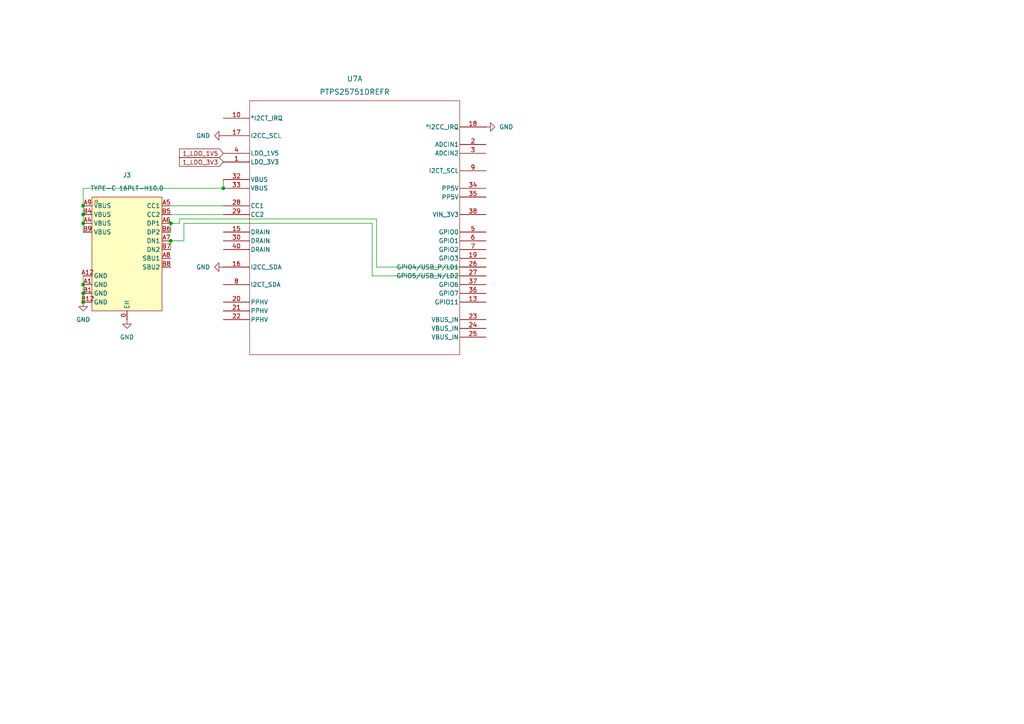
<source format=kicad_sch>
(kicad_sch (version 20250114) (generator "eeschema") (generator_version "9.0")
  (paper "A4")
  (lib_symbols
    (symbol "EasyEDA:TYPE-C16PLT-H10.0"
      (property "Reference" "J" (at 0 20.32 0))
      (property "Value" "TYPE-C 16PLT-H10.0" (at 0 -22.86 0))
      (symbol "TYPE-C16PLT-H10.0_0_1"
        (rectangle (start -10.16 17.78) (end 10.16 -15.24) (fill (type background)))
        (circle (center -8.89 16.51) (radius 0.38))
        (pin unspecified line (at -12.7 15.24 0) (length 2.54) (name "VBUS") (number "A9"))
        (pin unspecified line (at -12.7 12.7 0) (length 2.54) (name "VBUS") (number "B4"))
        (pin unspecified line (at -12.7 10.16 0) (length 2.54) (name "VBUS") (number "A4"))
        (pin unspecified line (at -12.7 7.62 0) (length 2.54) (name "VBUS") (number "B9"))
        (pin unspecified line (at -12.7 -5.08 0) (length 2.54) (name "GND") (number "A12"))
        (pin unspecified line (at -12.7 -7.62 0) (length 2.54) (name "GND") (number "A1"))
        (pin unspecified line (at -12.7 -10.16 0) (length 2.54) (name "GND") (number "B1"))
        (pin unspecified line (at -12.7 -12.7 0) (length 2.54) (name "GND") (number "B12"))
        (pin unspecified line (at 0 -17.78 90) (length 2.54) (name "EH") (number "0"))
        (pin unspecified line (at 12.7 15.24 180) (length 2.54) (name "CC1") (number "A5"))
        (pin unspecified line (at 12.7 12.7 180) (length 2.54) (name "CC2") (number "B5"))
        (pin unspecified line (at 12.7 10.16 180) (length 2.54) (name "DP1") (number "A6"))
        (pin unspecified line (at 12.7 7.62 180) (length 2.54) (name "DP2") (number "B6"))
        (pin unspecified line (at 12.7 5.08 180) (length 2.54) (name "DN1") (number "A7"))
        (pin unspecified line (at 12.7 2.54 180) (length 2.54) (name "DN2") (number "B7"))
        (pin unspecified line (at 12.7 0 180) (length 2.54) (name "SBU1") (number "A8"))
        (pin unspecified line (at 12.7 -2.54 180) (length 2.54) (name "SBU2") (number "B8"))
      )
    )
    (symbol "TPS25751DREFR:PTPS25751DREFR" (pin_names (offset 0.254))
      (property "Reference" "U" (at 38.1 12.7 0))
      (property "Value" "PTPS25751DREFR" (at 38.1 10.16 0))
      (symbol "PTPS25751DREFR_1_1"
        (polyline (pts (xy 7.62 7.62) (xy 7.62 -66.04)) (stroke (width 0.127)))
        (polyline (pts (xy 7.62 -66.04) (xy 68.58 -66.04)) (stroke (width 0.127)))
        (polyline (pts (xy 68.58 7.62) (xy 7.62 7.62)) (stroke (width 0.127)))
        (polyline (pts (xy 68.58 -66.04) (xy 68.58 7.62)) (stroke (width 0.127)))
        (pin input line (at 0 0 0) (length 7.62) (name "*I2CC_IRQ") (number "18"))
        (pin input line (at 0 -5.08 0) (length 7.62) (name "ADCIN1") (number "2"))
        (pin input line (at 0 -7.62 0) (length 7.62) (name "ADCIN2") (number "3"))
        (pin input line (at 0 -12.7 0) (length 7.62) (name "I2CT_SCL") (number "9"))
        (pin input line (at 0 -17.78 0) (length 7.62) (name "PP5V") (number "34"))
        (pin input line (at 0 -20.32 0) (length 7.62) (name "PP5V") (number "35"))
        (pin input line (at 0 -25.4 0) (length 7.62) (name "VIN_3V3") (number "38"))
        (pin bidirectional line (at 0 -30.48 0) (length 7.62) (name "GPIO0") (number "5"))
        (pin bidirectional line (at 0 -33.02 0) (length 7.62) (name "GPIO1") (number "6"))
        (pin bidirectional line (at 0 -35.56 0) (length 7.62) (name "GPIO2") (number "7"))
        (pin bidirectional line (at 0 -38.1 0) (length 7.62) (name "GPIO3") (number "19"))
        (pin bidirectional line (at 0 -40.64 0) (length 7.62) (name "GPIO4/USB_P/LD1") (number "26"))
        (pin bidirectional line (at 0 -43.18 0) (length 7.62) (name "GPIO5/USB_N/LD2") (number "27"))
        (pin bidirectional line (at 0 -45.72 0) (length 7.62) (name "GPIO6") (number "37"))
        (pin bidirectional line (at 0 -48.26 0) (length 7.62) (name "GPIO7") (number "36"))
        (pin bidirectional line (at 0 -50.8 0) (length 7.62) (name "GPIO11") (number "13"))
        (pin bidirectional line (at 0 -55.88 0) (length 7.62) (name "VBUS_IN") (number "23"))
        (pin bidirectional line (at 0 -58.42 0) (length 7.62) (name "VBUS_IN") (number "24"))
        (pin bidirectional line (at 0 -60.96 0) (length 7.62) (name "VBUS_IN") (number "25"))
        (pin output line (at 76.2 2.54 180) (length 7.62) (name "*I2CT_IRQ") (number "10"))
        (pin output line (at 76.2 -2.54 180) (length 7.62) (name "I2CC_SCL") (number "17"))
        (pin output line (at 76.2 -7.62 180) (length 7.62) (name "LDO_1V5") (number "4"))
        (pin output line (at 76.2 -10.16 180) (length 7.62) (name "LDO_3V3") (number "1"))
        (pin output line (at 76.2 -15.24 180) (length 7.62) (name "VBUS") (number "32"))
        (pin output line (at 76.2 -17.78 180) (length 7.62) (name "VBUS") (number "33"))
        (pin bidirectional line (at 76.2 -22.86 180) (length 7.62) (name "CC1") (number "28"))
        (pin bidirectional line (at 76.2 -25.4 180) (length 7.62) (name "CC2") (number "29"))
        (pin unspecified line (at 76.2 -30.48 180) (length 7.62) (name "DRAIN") (number "15"))
        (pin unspecified line (at 76.2 -33.02 180) (length 7.62) (name "DRAIN") (number "30"))
        (pin unspecified line (at 76.2 -35.56 180) (length 7.62) (name "DRAIN") (number "40"))
        (pin bidirectional line (at 76.2 -40.64 180) (length 7.62) (name "I2CC_SDA") (number "16"))
        (pin unspecified line (at 76.2 -45.72 180) (length 7.62) (name "I2CT_SDA") (number "8"))
        (pin bidirectional line (at 76.2 -50.8 180) (length 7.62) (name "PPHV") (number "20"))
        (pin bidirectional line (at 76.2 -53.34 180) (length 7.62) (name "PPHV") (number "21"))
        (pin bidirectional line (at 76.2 -55.88 180) (length 7.62) (name "PPHV") (number "22"))
      )
      (symbol "PTPS25751DREFR_2_1"
        (polyline (pts (xy 7.62 7.62) (xy 7.62 -15.24)) (stroke (width 0.127)))
        (polyline (pts (xy 7.62 -15.24) (xy 33.02 -15.24)) (stroke (width 0.127)))
        (polyline (pts (xy 33.02 7.62) (xy 7.62 7.62)) (stroke (width 0.127)))
        (polyline (pts (xy 33.02 -15.24) (xy 33.02 7.62)) (stroke (width 0.127)))
        (pin power_out line (at 0 0 0) (length 7.62) (name "GND") (number "11"))
        (pin power_out line (at 0 -2.54 0) (length 7.62) (name "GND") (number "12"))
        (pin power_out line (at 0 -5.08 0) (length 7.62) (name "GND") (number "14"))
        (pin power_out line (at 0 -7.62 0) (length 7.62) (name "GND") (number "31"))
        (pin power_out line (at 0 -10.16 0) (length 7.62) (name "GND") (number "39"))
      )
    )
    (symbol "power:GND" (power) (pin_numbers (hide yes)) (pin_names (offset 0) (hide yes))
      (property "Value" "GND" (at 0 -3.81 0))
      (symbol "GND_0_1"
        (polyline (pts (xy 0 0) (xy 0 -1.27) (xy 1.27 -1.27) (xy 0 -2.54) (xy -1.27 -1.27) (xy 0 -1.27)))
      )
      (symbol "GND_1_1"
        (pin power_in line (at 0 0 270) (length 0) (name "~") (number "1"))
      )
    )
  )
  (junction (at 49.53 69.85))
  (junction (at 64.77 54.61))
  (junction (at 24.13 59.69))
  (junction (at 24.13 85.09))
  (junction (at 24.13 82.55))
  (junction (at 24.13 62.23))
  (junction (at 49.53 64.77))
  (junction (at 24.13 64.77))
  (junction (at 24.13 87.63))
  (wire (pts (xy 49.53 64.77) (xy 52.07 64.77)))
  (wire (pts (xy 49.53 64.77) (xy 49.53 67.31)))
  (wire (pts (xy 49.53 69.85) (xy 49.53 72.39)))
  (wire (pts (xy 52.07 64.77) (xy 52.07 63.5)))
  (wire (pts (xy 140.97 80.01) (xy 107.95 80.01)))
  (wire (pts (xy 24.13 54.61) (xy 64.77 54.61)))
  (wire (pts (xy 24.13 80.01) (xy 24.13 82.55)))
  (wire (pts (xy 24.13 82.55) (xy 24.13 85.09)))
  (wire (pts (xy 24.13 62.23) (xy 24.13 59.69)))
  (wire (pts (xy 49.53 62.23) (xy 64.77 62.23)))
  (wire (pts (xy 52.07 63.5) (xy 109.22 63.5)))
  (wire (pts (xy 64.77 52.07) (xy 64.77 54.61)))
  (wire (pts (xy 24.13 85.09) (xy 24.13 87.63)))
  (wire (pts (xy 107.95 80.01) (xy 107.95 64.77)))
  (wire (pts (xy 24.13 59.69) (xy 24.13 54.61)))
  (wire (pts (xy 53.34 69.85) (xy 49.53 69.85)))
  (wire (pts (xy 107.95 64.77) (xy 53.34 64.77)))
  (wire (pts (xy 24.13 67.31) (xy 24.13 64.77)))
  (wire (pts (xy 109.22 63.5) (xy 109.22 77.47)))
  (wire (pts (xy 24.13 64.77) (xy 24.13 62.23)))
  (wire (pts (xy 49.53 59.69) (xy 64.77 59.69)))
  (wire (pts (xy 53.34 64.77) (xy 53.34 69.85)))
  (wire (pts (xy 109.22 77.47) (xy 140.97 77.47)))
  (global_label "1_LDO_1V5" (shape input) (at 64.77 44.45 180) (property "Intersheetrefs" "${INTERSHEET_REFS}" (effects (hide yes))))
  (global_label "1_LDO_3V3" (shape input) (at 64.77 46.99 180) (property "Intersheetrefs" "${INTERSHEET_REFS}" (effects (hide yes))))
  (symbol (lib_id "power:GND") (at 24.13 87.63 0) (unit 1)
    (property "Reference" "#PWR0107" (effects (hide yes)))
    (property "Value" "GND" (at 24.13 92.71 0))
    (property "Description" "Power symbol creates a global label with name \"GND\" , ground" (effects (hide yes)))
  )
  (symbol (lib_id "power:GND") (at 36.83 92.71 0) (unit 1)
    (property "Reference" "#PWR0108" (effects (hide yes)))
    (property "Value" "GND" (at 36.83 97.79 0))
    (property "Description" "Power symbol creates a global label with name \"GND\" , ground" (effects (hide yes)))
  )
  (symbol (lib_id "power:GND") (at 64.77 39.37 270) (unit 1)
    (property "Reference" "#PWR0109" (effects (hide yes)))
    (property "Value" "GND" (at 60.96 39.3699 90) (effects (justify right)))
    (property "Description" "Power symbol creates a global label with name \"GND\" , ground" (effects (hide yes)))
  )
  (symbol (lib_id "EasyEDA:TYPE-C16PLT-H10.0") (at 36.83 74.93 0) (unit 1)
    (property "Reference" "J3" (at 36.83 50.8 0))
    (property "Value" "TYPE-C 16PLT-H10.0" (at 36.83 54.61 0))
    (property "Footprint" "easyeda2kicad:TYPE-C-SMD_USB4120-03-C" (effects (hide yes)))
    (property "LCSC Part" "C3151749" (effects (hide yes)))
  )
  (symbol (lib_id "TPS25751DREFR:PTPS25751DREFR") (at 140.97 36.83 0) (mirror y) (unit 1)
    (property "Reference" "U7" (at 102.87 22.86 0) (effects (font (size 1.524 1.524))))
    (property "Value" "PTPS25751DREFR" (at 102.87 26.67 0) (effects (font (size 1.524 1.524))))
    (property "Footprint" "TPS25751DREFR:WQFN38_REF_TEX" (effects (hide yes)))
    (property "Datasheet" "PTPS25751DREFR" (effects (hide yes)))
  )
  (symbol (lib_id "power:GND") (at 140.97 36.83 90) (unit 1)
    (property "Reference" "#PWR0111" (effects (hide yes)))
    (property "Value" "GND" (at 144.78 36.8299 90) (effects (justify right)))
    (property "Description" "Power symbol creates a global label with name \"GND\" , ground" (effects (hide yes)))
  )
  (symbol (lib_id "power:GND") (at 64.77 77.47 270) (unit 1)
    (property "Reference" "#PWR0110" (effects (hide yes)))
    (property "Value" "GND" (at 60.96 77.4699 90) (effects (justify right)))
    (property "Description" "Power symbol creates a global label with name \"GND\" , ground" (effects (hide yes)))
  )
)
</source>
